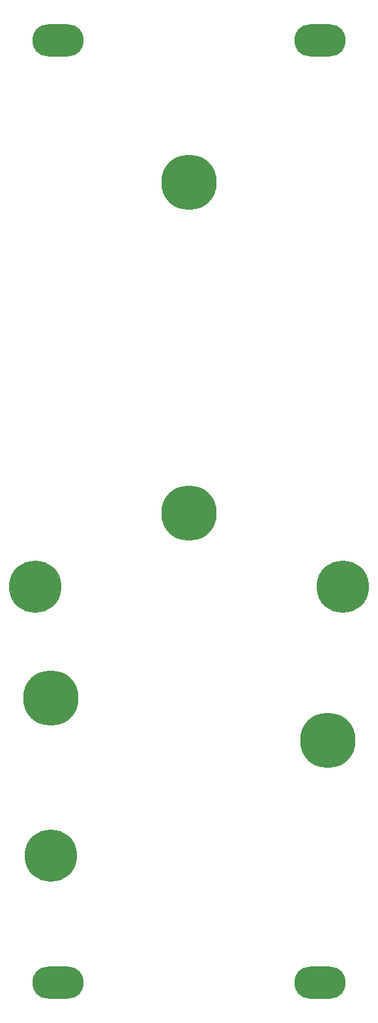
<source format=gtl>
G04 #@! TF.GenerationSoftware,KiCad,Pcbnew,6.0.10+dfsg-1~bpo11+1*
G04 #@! TF.CreationDate,2023-01-15T17:06:35+00:00*
G04 #@! TF.ProjectId,MS20-VCF,4d533230-2d56-4434-962e-6b696361645f,rev?*
G04 #@! TF.SameCoordinates,Original*
G04 #@! TF.FileFunction,Copper,L1,Top*
G04 #@! TF.FilePolarity,Positive*
%FSLAX46Y46*%
G04 Gerber Fmt 4.6, Leading zero omitted, Abs format (unit mm)*
G04 Created by KiCad (PCBNEW 6.0.10+dfsg-1~bpo11+1) date 2023-01-15 17:06:35*
%MOMM*%
%LPD*%
G01*
G04 APERTURE LIST*
G04 #@! TA.AperFunction,ComponentPad*
%ADD10O,6.700000X4.200000*%
G04 #@! TD*
G04 #@! TA.AperFunction,ViaPad*
%ADD11C,6.800000*%
G04 #@! TD*
G04 #@! TA.AperFunction,ViaPad*
%ADD12C,7.200000*%
G04 #@! TD*
G04 APERTURE END LIST*
D10*
X111000000Y-30000000D03*
X145000000Y-30000000D03*
X145000000Y-152500000D03*
X111000000Y-152500000D03*
D11*
X110000000Y-136000000D03*
X108000000Y-101000000D03*
X148000000Y-101000000D03*
D12*
X146000000Y-121000000D03*
X110000000Y-115500000D03*
X128000000Y-91500000D03*
X128000000Y-48500000D03*
M02*

</source>
